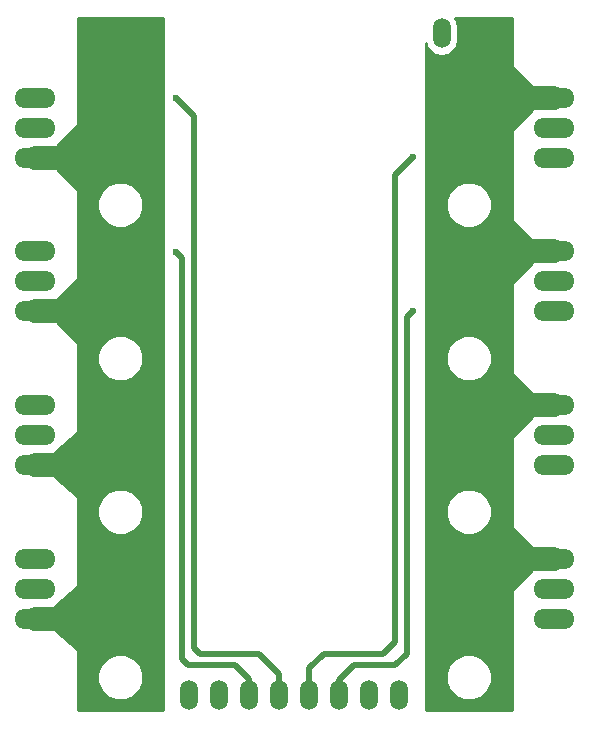
<source format=gbr>
G04 #@! TF.FileFunction,Copper,L2,Bot,Signal*
%FSLAX46Y46*%
G04 Gerber Fmt 4.6, Leading zero omitted, Abs format (unit mm)*
G04 Created by KiCad (PCBNEW 4.0.4-stable) date 05/01/17 17:17:45*
%MOMM*%
%LPD*%
G01*
G04 APERTURE LIST*
%ADD10C,0.100000*%
%ADD11O,3.500120X1.699260*%
%ADD12O,1.520000X2.520000*%
%ADD13C,0.600000*%
%ADD14C,0.500000*%
%ADD15C,2.000000*%
%ADD16C,0.254000*%
G04 APERTURE END LIST*
D10*
D11*
X133000000Y-80000000D03*
X133000000Y-77460000D03*
X133000000Y-82540000D03*
D12*
X140000000Y-72000000D03*
X142540000Y-72000000D03*
X170000000Y-72000000D03*
X167460000Y-72000000D03*
D11*
X177000000Y-119000000D03*
X177000000Y-121540000D03*
X177000000Y-116460000D03*
X177000000Y-106000000D03*
X177000000Y-108540000D03*
X177000000Y-103460000D03*
X177000000Y-93000000D03*
X177000000Y-95540000D03*
X177000000Y-90460000D03*
X177000000Y-80000000D03*
X177000000Y-82540000D03*
X177000000Y-77460000D03*
X133000000Y-93000000D03*
X133000000Y-90460000D03*
X133000000Y-95540000D03*
X133000000Y-106000000D03*
X133000000Y-103460000D03*
X133000000Y-108540000D03*
X133000000Y-119000000D03*
X133000000Y-116460000D03*
X133000000Y-121540000D03*
D12*
X146100000Y-128000000D03*
X148640000Y-128000000D03*
X151180000Y-128000000D03*
X153720000Y-128000000D03*
X156260000Y-128000000D03*
X158800000Y-128000000D03*
X161340000Y-128000000D03*
X163880000Y-128000000D03*
D13*
X145000000Y-90500000D03*
X145000000Y-77500000D03*
X165000000Y-82500000D03*
X165000000Y-95500000D03*
D14*
X151180000Y-126680000D02*
X151180000Y-128000000D01*
X150000000Y-125500000D02*
X151180000Y-126680000D01*
X146000000Y-125500000D02*
X150000000Y-125500000D01*
X145500000Y-125000000D02*
X146000000Y-125500000D01*
X145500000Y-91000000D02*
X145500000Y-125000000D01*
X145000000Y-90500000D02*
X145500000Y-91000000D01*
X153720000Y-126220000D02*
X153720000Y-128000000D01*
X152000000Y-124500000D02*
X153720000Y-126220000D01*
X147000000Y-124500000D02*
X152000000Y-124500000D01*
X146500000Y-124000000D02*
X147000000Y-124500000D01*
X146500000Y-79000000D02*
X146500000Y-124000000D01*
X145000000Y-77500000D02*
X146500000Y-79000000D01*
X156260000Y-125740000D02*
X156260000Y-128000000D01*
X157500000Y-124500000D02*
X156260000Y-125740000D01*
X162500000Y-124500000D02*
X157500000Y-124500000D01*
X163500000Y-123500000D02*
X162500000Y-124500000D01*
X163500000Y-84000000D02*
X163500000Y-123500000D01*
X165000000Y-82500000D02*
X163500000Y-84000000D01*
X158800000Y-126700000D02*
X158800000Y-128000000D01*
X160000000Y-125500000D02*
X158800000Y-126700000D01*
X163500000Y-125500000D02*
X160000000Y-125500000D01*
X164500000Y-124500000D02*
X163500000Y-125500000D01*
X164500000Y-96000000D02*
X164500000Y-124500000D01*
X165000000Y-95500000D02*
X164500000Y-96000000D01*
D15*
X133000000Y-82540000D02*
X137710000Y-82540000D01*
X137710000Y-82540000D02*
X137750000Y-82500000D01*
X133000000Y-108540000D02*
X137210000Y-108540000D01*
X137210000Y-108540000D02*
X137250000Y-108500000D01*
X133000000Y-121540000D02*
X137960000Y-121540000D01*
X137960000Y-121540000D02*
X138000000Y-121500000D01*
X177000000Y-116460000D02*
X172290000Y-116460000D01*
X172290000Y-116460000D02*
X172250000Y-116500000D01*
X177000000Y-103460000D02*
X172460000Y-103460000D01*
X172460000Y-103460000D02*
X172250000Y-103250000D01*
X177000000Y-90460000D02*
X172540000Y-90460000D01*
X172540000Y-90460000D02*
X172500000Y-90500000D01*
X177000000Y-77460000D02*
X172290000Y-77460000D01*
X172290000Y-77460000D02*
X172250000Y-77500000D01*
X133000000Y-95540000D02*
X137460000Y-95540000D01*
X137460000Y-95540000D02*
X137500000Y-95500000D01*
D16*
G36*
X173373000Y-74750000D02*
X173383006Y-74799410D01*
X173410197Y-74839803D01*
X175123000Y-76552606D01*
X175123000Y-78447394D01*
X173410197Y-80160197D01*
X173382334Y-80202211D01*
X173373000Y-80250000D01*
X173373000Y-87750000D01*
X173383006Y-87799410D01*
X173410197Y-87839803D01*
X175123000Y-89552606D01*
X175123000Y-91447394D01*
X173410197Y-93160197D01*
X173382334Y-93202211D01*
X173373000Y-93250000D01*
X173373000Y-100750000D01*
X173383006Y-100799410D01*
X173410197Y-100839803D01*
X175123000Y-102552606D01*
X175123000Y-104447394D01*
X173410197Y-106160197D01*
X173382334Y-106202211D01*
X173373000Y-106250000D01*
X173373000Y-113750000D01*
X173383006Y-113799410D01*
X173410197Y-113839803D01*
X175123000Y-115552606D01*
X175123000Y-117447394D01*
X173410197Y-119160197D01*
X173382334Y-119202211D01*
X173373000Y-119250000D01*
X173373000Y-129290000D01*
X166127000Y-129290000D01*
X166127000Y-126883207D01*
X167814665Y-126883207D01*
X168108630Y-127594658D01*
X168652479Y-128139457D01*
X169363416Y-128434663D01*
X170133207Y-128435335D01*
X170844658Y-128141370D01*
X171389457Y-127597521D01*
X171684663Y-126886584D01*
X171685335Y-126116793D01*
X171391370Y-125405342D01*
X170847521Y-124860543D01*
X170136584Y-124565337D01*
X169366793Y-124564665D01*
X168655342Y-124858630D01*
X168110543Y-125402479D01*
X167815337Y-126113416D01*
X167814665Y-126883207D01*
X166127000Y-126883207D01*
X166127000Y-112883207D01*
X167814665Y-112883207D01*
X168108630Y-113594658D01*
X168652479Y-114139457D01*
X169363416Y-114434663D01*
X170133207Y-114435335D01*
X170844658Y-114141370D01*
X171389457Y-113597521D01*
X171684663Y-112886584D01*
X171685335Y-112116793D01*
X171391370Y-111405342D01*
X170847521Y-110860543D01*
X170136584Y-110565337D01*
X169366793Y-110564665D01*
X168655342Y-110858630D01*
X168110543Y-111402479D01*
X167815337Y-112113416D01*
X167814665Y-112883207D01*
X166127000Y-112883207D01*
X166127000Y-99883207D01*
X167814665Y-99883207D01*
X168108630Y-100594658D01*
X168652479Y-101139457D01*
X169363416Y-101434663D01*
X170133207Y-101435335D01*
X170844658Y-101141370D01*
X171389457Y-100597521D01*
X171684663Y-99886584D01*
X171685335Y-99116793D01*
X171391370Y-98405342D01*
X170847521Y-97860543D01*
X170136584Y-97565337D01*
X169366793Y-97564665D01*
X168655342Y-97858630D01*
X168110543Y-98402479D01*
X167815337Y-99113416D01*
X167814665Y-99883207D01*
X166127000Y-99883207D01*
X166127000Y-86883207D01*
X167814665Y-86883207D01*
X168108630Y-87594658D01*
X168652479Y-88139457D01*
X169363416Y-88434663D01*
X170133207Y-88435335D01*
X170844658Y-88141370D01*
X171389457Y-87597521D01*
X171684663Y-86886584D01*
X171685335Y-86116793D01*
X171391370Y-85405342D01*
X170847521Y-84860543D01*
X170136584Y-84565337D01*
X169366793Y-84564665D01*
X168655342Y-84858630D01*
X168110543Y-85402479D01*
X167815337Y-86113416D01*
X167814665Y-86883207D01*
X166127000Y-86883207D01*
X166127000Y-72848820D01*
X166171188Y-73070968D01*
X166473586Y-73523539D01*
X166926157Y-73825937D01*
X167460000Y-73932125D01*
X167993843Y-73825937D01*
X168446414Y-73523539D01*
X168748812Y-73070968D01*
X168855000Y-72537125D01*
X168855000Y-71462875D01*
X168748812Y-70929032D01*
X168602460Y-70710000D01*
X173373000Y-70710000D01*
X173373000Y-74750000D01*
X173373000Y-74750000D01*
G37*
X173373000Y-74750000D02*
X173383006Y-74799410D01*
X173410197Y-74839803D01*
X175123000Y-76552606D01*
X175123000Y-78447394D01*
X173410197Y-80160197D01*
X173382334Y-80202211D01*
X173373000Y-80250000D01*
X173373000Y-87750000D01*
X173383006Y-87799410D01*
X173410197Y-87839803D01*
X175123000Y-89552606D01*
X175123000Y-91447394D01*
X173410197Y-93160197D01*
X173382334Y-93202211D01*
X173373000Y-93250000D01*
X173373000Y-100750000D01*
X173383006Y-100799410D01*
X173410197Y-100839803D01*
X175123000Y-102552606D01*
X175123000Y-104447394D01*
X173410197Y-106160197D01*
X173382334Y-106202211D01*
X173373000Y-106250000D01*
X173373000Y-113750000D01*
X173383006Y-113799410D01*
X173410197Y-113839803D01*
X175123000Y-115552606D01*
X175123000Y-117447394D01*
X173410197Y-119160197D01*
X173382334Y-119202211D01*
X173373000Y-119250000D01*
X173373000Y-129290000D01*
X166127000Y-129290000D01*
X166127000Y-126883207D01*
X167814665Y-126883207D01*
X168108630Y-127594658D01*
X168652479Y-128139457D01*
X169363416Y-128434663D01*
X170133207Y-128435335D01*
X170844658Y-128141370D01*
X171389457Y-127597521D01*
X171684663Y-126886584D01*
X171685335Y-126116793D01*
X171391370Y-125405342D01*
X170847521Y-124860543D01*
X170136584Y-124565337D01*
X169366793Y-124564665D01*
X168655342Y-124858630D01*
X168110543Y-125402479D01*
X167815337Y-126113416D01*
X167814665Y-126883207D01*
X166127000Y-126883207D01*
X166127000Y-112883207D01*
X167814665Y-112883207D01*
X168108630Y-113594658D01*
X168652479Y-114139457D01*
X169363416Y-114434663D01*
X170133207Y-114435335D01*
X170844658Y-114141370D01*
X171389457Y-113597521D01*
X171684663Y-112886584D01*
X171685335Y-112116793D01*
X171391370Y-111405342D01*
X170847521Y-110860543D01*
X170136584Y-110565337D01*
X169366793Y-110564665D01*
X168655342Y-110858630D01*
X168110543Y-111402479D01*
X167815337Y-112113416D01*
X167814665Y-112883207D01*
X166127000Y-112883207D01*
X166127000Y-99883207D01*
X167814665Y-99883207D01*
X168108630Y-100594658D01*
X168652479Y-101139457D01*
X169363416Y-101434663D01*
X170133207Y-101435335D01*
X170844658Y-101141370D01*
X171389457Y-100597521D01*
X171684663Y-99886584D01*
X171685335Y-99116793D01*
X171391370Y-98405342D01*
X170847521Y-97860543D01*
X170136584Y-97565337D01*
X169366793Y-97564665D01*
X168655342Y-97858630D01*
X168110543Y-98402479D01*
X167815337Y-99113416D01*
X167814665Y-99883207D01*
X166127000Y-99883207D01*
X166127000Y-86883207D01*
X167814665Y-86883207D01*
X168108630Y-87594658D01*
X168652479Y-88139457D01*
X169363416Y-88434663D01*
X170133207Y-88435335D01*
X170844658Y-88141370D01*
X171389457Y-87597521D01*
X171684663Y-86886584D01*
X171685335Y-86116793D01*
X171391370Y-85405342D01*
X170847521Y-84860543D01*
X170136584Y-84565337D01*
X169366793Y-84564665D01*
X168655342Y-84858630D01*
X168110543Y-85402479D01*
X167815337Y-86113416D01*
X167814665Y-86883207D01*
X166127000Y-86883207D01*
X166127000Y-72848820D01*
X166171188Y-73070968D01*
X166473586Y-73523539D01*
X166926157Y-73825937D01*
X167460000Y-73932125D01*
X167993843Y-73825937D01*
X168446414Y-73523539D01*
X168748812Y-73070968D01*
X168855000Y-72537125D01*
X168855000Y-71462875D01*
X168748812Y-70929032D01*
X168602460Y-70710000D01*
X173373000Y-70710000D01*
X173373000Y-74750000D01*
G36*
X143873000Y-129290000D02*
X136627000Y-129290000D01*
X136627000Y-126883207D01*
X138314665Y-126883207D01*
X138608630Y-127594658D01*
X139152479Y-128139457D01*
X139863416Y-128434663D01*
X140633207Y-128435335D01*
X141344658Y-128141370D01*
X141889457Y-127597521D01*
X142184663Y-126886584D01*
X142185335Y-126116793D01*
X141891370Y-125405342D01*
X141347521Y-124860543D01*
X140636584Y-124565337D01*
X139866793Y-124564665D01*
X139155342Y-124858630D01*
X138610543Y-125402479D01*
X138315337Y-126113416D01*
X138314665Y-126883207D01*
X136627000Y-126883207D01*
X136627000Y-124250000D01*
X136616994Y-124200590D01*
X136583630Y-124154423D01*
X134627000Y-122442372D01*
X134627000Y-120557628D01*
X136583630Y-118845577D01*
X136614226Y-118805510D01*
X136627000Y-118750000D01*
X136627000Y-112883207D01*
X138314665Y-112883207D01*
X138608630Y-113594658D01*
X139152479Y-114139457D01*
X139863416Y-114434663D01*
X140633207Y-114435335D01*
X141344658Y-114141370D01*
X141889457Y-113597521D01*
X142184663Y-112886584D01*
X142185335Y-112116793D01*
X141891370Y-111405342D01*
X141347521Y-110860543D01*
X140636584Y-110565337D01*
X139866793Y-110564665D01*
X139155342Y-110858630D01*
X138610543Y-111402479D01*
X138315337Y-112113416D01*
X138314665Y-112883207D01*
X136627000Y-112883207D01*
X136627000Y-111250000D01*
X136616994Y-111200590D01*
X136583630Y-111154423D01*
X134627000Y-109442372D01*
X134627000Y-107557628D01*
X136583630Y-105845577D01*
X136614226Y-105805510D01*
X136627000Y-105750000D01*
X136627000Y-99883207D01*
X138314665Y-99883207D01*
X138608630Y-100594658D01*
X139152479Y-101139457D01*
X139863416Y-101434663D01*
X140633207Y-101435335D01*
X141344658Y-101141370D01*
X141889457Y-100597521D01*
X142184663Y-99886584D01*
X142185335Y-99116793D01*
X141891370Y-98405342D01*
X141347521Y-97860543D01*
X140636584Y-97565337D01*
X139866793Y-97564665D01*
X139155342Y-97858630D01*
X138610543Y-98402479D01*
X138315337Y-99113416D01*
X138314665Y-99883207D01*
X136627000Y-99883207D01*
X136627000Y-98250000D01*
X136616994Y-98200590D01*
X136589803Y-98160197D01*
X134877000Y-96447394D01*
X134877000Y-94552606D01*
X136589803Y-92839803D01*
X136617666Y-92797789D01*
X136627000Y-92750000D01*
X136627000Y-86883207D01*
X138314665Y-86883207D01*
X138608630Y-87594658D01*
X139152479Y-88139457D01*
X139863416Y-88434663D01*
X140633207Y-88435335D01*
X141344658Y-88141370D01*
X141889457Y-87597521D01*
X142184663Y-86886584D01*
X142185335Y-86116793D01*
X141891370Y-85405342D01*
X141347521Y-84860543D01*
X140636584Y-84565337D01*
X139866793Y-84564665D01*
X139155342Y-84858630D01*
X138610543Y-85402479D01*
X138315337Y-86113416D01*
X138314665Y-86883207D01*
X136627000Y-86883207D01*
X136627000Y-85250000D01*
X136616994Y-85200590D01*
X136589803Y-85160197D01*
X134877000Y-83447394D01*
X134877000Y-81552606D01*
X136589803Y-79839803D01*
X136617666Y-79797789D01*
X136627000Y-79750000D01*
X136627000Y-70710000D01*
X143873000Y-70710000D01*
X143873000Y-129290000D01*
X143873000Y-129290000D01*
G37*
X143873000Y-129290000D02*
X136627000Y-129290000D01*
X136627000Y-126883207D01*
X138314665Y-126883207D01*
X138608630Y-127594658D01*
X139152479Y-128139457D01*
X139863416Y-128434663D01*
X140633207Y-128435335D01*
X141344658Y-128141370D01*
X141889457Y-127597521D01*
X142184663Y-126886584D01*
X142185335Y-126116793D01*
X141891370Y-125405342D01*
X141347521Y-124860543D01*
X140636584Y-124565337D01*
X139866793Y-124564665D01*
X139155342Y-124858630D01*
X138610543Y-125402479D01*
X138315337Y-126113416D01*
X138314665Y-126883207D01*
X136627000Y-126883207D01*
X136627000Y-124250000D01*
X136616994Y-124200590D01*
X136583630Y-124154423D01*
X134627000Y-122442372D01*
X134627000Y-120557628D01*
X136583630Y-118845577D01*
X136614226Y-118805510D01*
X136627000Y-118750000D01*
X136627000Y-112883207D01*
X138314665Y-112883207D01*
X138608630Y-113594658D01*
X139152479Y-114139457D01*
X139863416Y-114434663D01*
X140633207Y-114435335D01*
X141344658Y-114141370D01*
X141889457Y-113597521D01*
X142184663Y-112886584D01*
X142185335Y-112116793D01*
X141891370Y-111405342D01*
X141347521Y-110860543D01*
X140636584Y-110565337D01*
X139866793Y-110564665D01*
X139155342Y-110858630D01*
X138610543Y-111402479D01*
X138315337Y-112113416D01*
X138314665Y-112883207D01*
X136627000Y-112883207D01*
X136627000Y-111250000D01*
X136616994Y-111200590D01*
X136583630Y-111154423D01*
X134627000Y-109442372D01*
X134627000Y-107557628D01*
X136583630Y-105845577D01*
X136614226Y-105805510D01*
X136627000Y-105750000D01*
X136627000Y-99883207D01*
X138314665Y-99883207D01*
X138608630Y-100594658D01*
X139152479Y-101139457D01*
X139863416Y-101434663D01*
X140633207Y-101435335D01*
X141344658Y-101141370D01*
X141889457Y-100597521D01*
X142184663Y-99886584D01*
X142185335Y-99116793D01*
X141891370Y-98405342D01*
X141347521Y-97860543D01*
X140636584Y-97565337D01*
X139866793Y-97564665D01*
X139155342Y-97858630D01*
X138610543Y-98402479D01*
X138315337Y-99113416D01*
X138314665Y-99883207D01*
X136627000Y-99883207D01*
X136627000Y-98250000D01*
X136616994Y-98200590D01*
X136589803Y-98160197D01*
X134877000Y-96447394D01*
X134877000Y-94552606D01*
X136589803Y-92839803D01*
X136617666Y-92797789D01*
X136627000Y-92750000D01*
X136627000Y-86883207D01*
X138314665Y-86883207D01*
X138608630Y-87594658D01*
X139152479Y-88139457D01*
X139863416Y-88434663D01*
X140633207Y-88435335D01*
X141344658Y-88141370D01*
X141889457Y-87597521D01*
X142184663Y-86886584D01*
X142185335Y-86116793D01*
X141891370Y-85405342D01*
X141347521Y-84860543D01*
X140636584Y-84565337D01*
X139866793Y-84564665D01*
X139155342Y-84858630D01*
X138610543Y-85402479D01*
X138315337Y-86113416D01*
X138314665Y-86883207D01*
X136627000Y-86883207D01*
X136627000Y-85250000D01*
X136616994Y-85200590D01*
X136589803Y-85160197D01*
X134877000Y-83447394D01*
X134877000Y-81552606D01*
X136589803Y-79839803D01*
X136617666Y-79797789D01*
X136627000Y-79750000D01*
X136627000Y-70710000D01*
X143873000Y-70710000D01*
X143873000Y-129290000D01*
M02*

</source>
